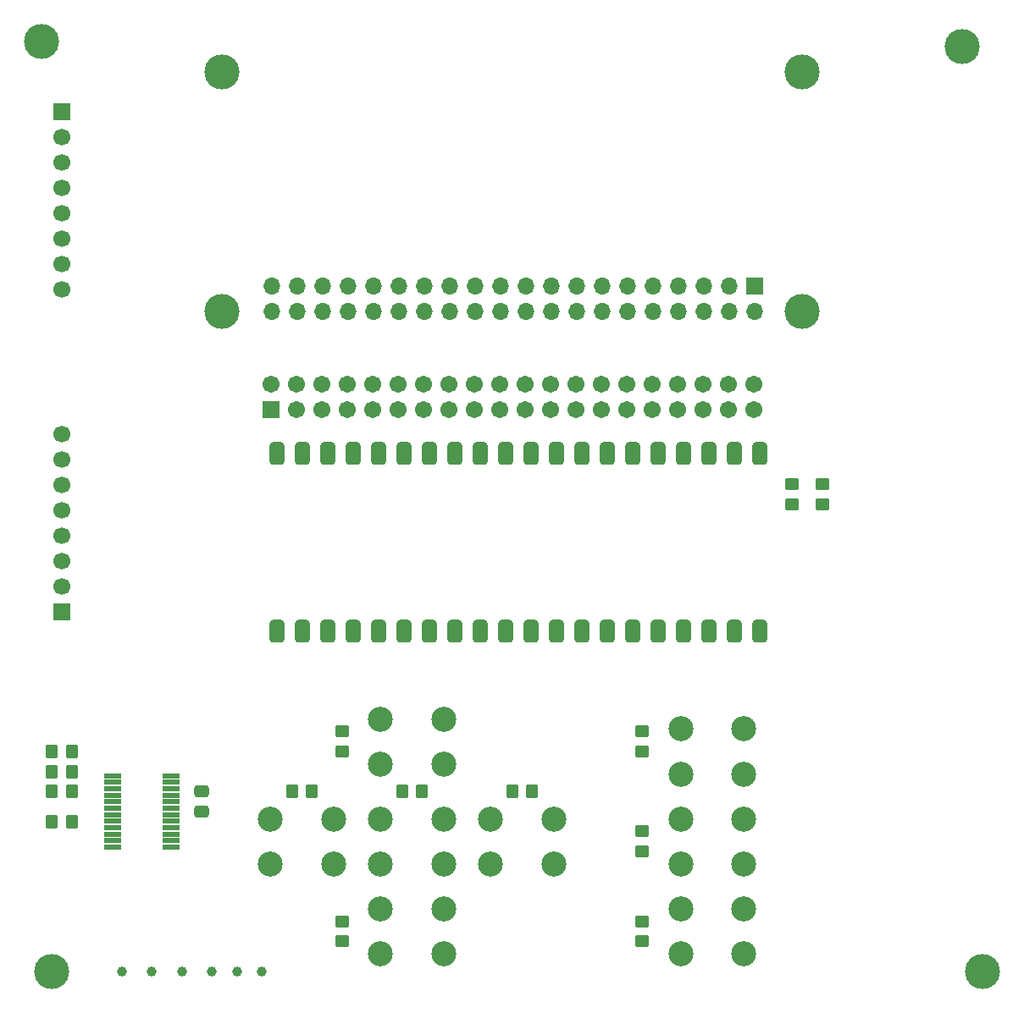
<source format=gbr>
%TF.GenerationSoftware,KiCad,Pcbnew,9.0.2*%
%TF.CreationDate,2025-07-08T15:45:21-06:00*%
%TF.ProjectId,seedsigner-hardware-dev-v1,73656564-7369-4676-9e65-722d68617264,rev?*%
%TF.SameCoordinates,Original*%
%TF.FileFunction,Soldermask,Top*%
%TF.FilePolarity,Negative*%
%FSLAX46Y46*%
G04 Gerber Fmt 4.6, Leading zero omitted, Abs format (unit mm)*
G04 Created by KiCad (PCBNEW 9.0.2) date 2025-07-08 15:45:21*
%MOMM*%
%LPD*%
G01*
G04 APERTURE LIST*
G04 Aperture macros list*
%AMRoundRect*
0 Rectangle with rounded corners*
0 $1 Rounding radius*
0 $2 $3 $4 $5 $6 $7 $8 $9 X,Y pos of 4 corners*
0 Add a 4 corners polygon primitive as box body*
4,1,4,$2,$3,$4,$5,$6,$7,$8,$9,$2,$3,0*
0 Add four circle primitives for the rounded corners*
1,1,$1+$1,$2,$3*
1,1,$1+$1,$4,$5*
1,1,$1+$1,$6,$7*
1,1,$1+$1,$8,$9*
0 Add four rect primitives between the rounded corners*
20,1,$1+$1,$2,$3,$4,$5,0*
20,1,$1+$1,$4,$5,$6,$7,0*
20,1,$1+$1,$6,$7,$8,$9,0*
20,1,$1+$1,$8,$9,$2,$3,0*%
G04 Aperture macros list end*
%ADD10C,2.500000*%
%ADD11C,1.000000*%
%ADD12RoundRect,0.250000X0.350000X0.450000X-0.350000X0.450000X-0.350000X-0.450000X0.350000X-0.450000X0*%
%ADD13RoundRect,0.250000X0.450000X-0.350000X0.450000X0.350000X-0.450000X0.350000X-0.450000X-0.350000X0*%
%ADD14RoundRect,0.250000X-0.350000X-0.450000X0.350000X-0.450000X0.350000X0.450000X-0.350000X0.450000X0*%
%ADD15C,3.500000*%
%ADD16RoundRect,0.250000X-0.450000X0.350000X-0.450000X-0.350000X0.450000X-0.350000X0.450000X0.350000X0*%
%ADD17RoundRect,0.250000X-0.475000X0.337500X-0.475000X-0.337500X0.475000X-0.337500X0.475000X0.337500X0*%
%ADD18RoundRect,0.102000X-0.736600X-0.177800X0.736600X-0.177800X0.736600X0.177800X-0.736600X0.177800X0*%
%ADD19R,1.700000X1.700000*%
%ADD20C,1.700000*%
%ADD21RoundRect,0.381000X0.381000X-0.762000X0.381000X0.762000X-0.381000X0.762000X-0.381000X-0.762000X0*%
%ADD22RoundRect,0.102000X-0.754000X-0.754000X0.754000X-0.754000X0.754000X0.754000X-0.754000X0.754000X0*%
%ADD23C,1.712000*%
%ADD24O,1.700000X1.700000*%
G04 APERTURE END LIST*
D10*
%TO.C,SW5*%
X43150000Y-85250000D03*
X36850000Y-85250000D03*
X43150000Y-80750000D03*
X36850000Y-80750000D03*
%TD*%
D11*
%TO.C,TP6*%
X25000000Y-96000000D03*
%TD*%
D10*
%TO.C,SW6*%
X36850000Y-89750000D03*
X43150000Y-89750000D03*
X36850000Y-94250000D03*
X43150000Y-94250000D03*
%TD*%
D12*
%TO.C,R6*%
X30000000Y-78000000D03*
X28000000Y-78000000D03*
%TD*%
D13*
%TO.C,R7*%
X33000000Y-93000000D03*
X33000000Y-91000000D03*
%TD*%
D14*
%TO.C,R12*%
X4000000Y-81000000D03*
X6000000Y-81000000D03*
%TD*%
D10*
%TO.C,SW2*%
X73150000Y-85250000D03*
X66850000Y-85250000D03*
X73150000Y-80750000D03*
X66850000Y-80750000D03*
%TD*%
D15*
%TO.C,H1*%
X3000000Y-3000000D03*
%TD*%
D16*
%TO.C,R9*%
X81000000Y-47250000D03*
X81000000Y-49250000D03*
%TD*%
D11*
%TO.C,TP4*%
X20000000Y-96000000D03*
%TD*%
D12*
%TO.C,R5*%
X52000000Y-78000000D03*
X50000000Y-78000000D03*
%TD*%
D14*
%TO.C,R14*%
X4000000Y-74000000D03*
X6000000Y-74000000D03*
%TD*%
D10*
%TO.C,SW3*%
X66850000Y-89750000D03*
X73150000Y-89750000D03*
X66850000Y-94250000D03*
X73150000Y-94250000D03*
%TD*%
D15*
%TO.C,H2*%
X95000000Y-3500000D03*
%TD*%
D17*
%TO.C,C1*%
X19000000Y-77962500D03*
X19000000Y-80037500D03*
%TD*%
D11*
%TO.C,TP2*%
X14000000Y-96000000D03*
%TD*%
D18*
%TO.C,U5*%
X10079000Y-76418600D03*
X10079000Y-77079000D03*
X10079000Y-77714000D03*
X10079000Y-78374400D03*
X10079000Y-79034800D03*
X10079000Y-79669800D03*
X10079000Y-80330200D03*
X10079000Y-80965200D03*
X10079000Y-81625600D03*
X10079000Y-82286000D03*
X10079000Y-82921000D03*
X10079000Y-83581400D03*
X15921000Y-83581400D03*
X15921000Y-82921000D03*
X15921000Y-82286000D03*
X15921000Y-81625600D03*
X15921000Y-80965200D03*
X15921000Y-80330200D03*
X15921000Y-79669800D03*
X15921000Y-79034800D03*
X15921000Y-78374400D03*
X15921000Y-77714000D03*
X15921000Y-77079000D03*
X15921000Y-76418600D03*
%TD*%
D13*
%TO.C,R3*%
X63000000Y-93000000D03*
X63000000Y-91000000D03*
%TD*%
D19*
%TO.C,LCD1*%
X5000000Y-60000000D03*
D20*
X5000000Y-57460000D03*
X5000000Y-54920000D03*
X5000000Y-52380000D03*
X5000000Y-49840000D03*
X5000000Y-47300000D03*
X5000000Y-44760000D03*
X5000000Y-42220000D03*
%TD*%
D16*
%TO.C,R10*%
X78000000Y-47250000D03*
X78000000Y-49250000D03*
%TD*%
D13*
%TO.C,R2*%
X63000000Y-84000000D03*
X63000000Y-82000000D03*
%TD*%
D12*
%TO.C,R4*%
X41000000Y-78000000D03*
X39000000Y-78000000D03*
%TD*%
D13*
%TO.C,R8*%
X33000000Y-74000000D03*
X33000000Y-72000000D03*
%TD*%
D15*
%TO.C,H4*%
X4000000Y-96000000D03*
%TD*%
D10*
%TO.C,SW7*%
X25850000Y-80750000D03*
X32150000Y-80750000D03*
X25850000Y-85250000D03*
X32150000Y-85250000D03*
%TD*%
D15*
%TO.C,H3*%
X97000000Y-96000000D03*
%TD*%
D10*
%TO.C,SW1*%
X66850000Y-71750000D03*
X73150000Y-71750000D03*
X66850000Y-76250000D03*
X73150000Y-76250000D03*
%TD*%
D21*
%TO.C,U4*%
X26500000Y-62000000D03*
X29040000Y-62000000D03*
X31580000Y-62000000D03*
X34120000Y-62000000D03*
X36660000Y-62000000D03*
X39200000Y-62000000D03*
X41740000Y-62000000D03*
X44280000Y-62000000D03*
X46820000Y-62000000D03*
X49360000Y-62000000D03*
X51900000Y-62000000D03*
X54440000Y-62000000D03*
X56980000Y-62000000D03*
X59520000Y-62000000D03*
X62060000Y-62000000D03*
X64600000Y-62000000D03*
X67140000Y-62000000D03*
X69680000Y-62000000D03*
X72220000Y-62000000D03*
X74760000Y-62000000D03*
X74760000Y-44220000D03*
X72220000Y-44220000D03*
X69680000Y-44220000D03*
X67140000Y-44220000D03*
X64600000Y-44220000D03*
X62060000Y-44220000D03*
X59520000Y-44220000D03*
X56980000Y-44220000D03*
X54440000Y-44220000D03*
X51900000Y-44220000D03*
X49360000Y-44220000D03*
X46820000Y-44220000D03*
X44280000Y-44220000D03*
X41740000Y-44220000D03*
X39200000Y-44220000D03*
X36660000Y-44220000D03*
X34120000Y-44220000D03*
X31580000Y-44220000D03*
X29040000Y-44220000D03*
X26500000Y-44220000D03*
%TD*%
D13*
%TO.C,R1*%
X63000000Y-74000000D03*
X63000000Y-72000000D03*
%TD*%
D11*
%TO.C,TP1*%
X11000000Y-96000000D03*
%TD*%
D19*
%TO.C,LCD2*%
X5000000Y-10000000D03*
D20*
X5000000Y-12540000D03*
X5000000Y-15080000D03*
X5000000Y-17620000D03*
X5000000Y-20160000D03*
X5000000Y-22700000D03*
X5000000Y-25240000D03*
X5000000Y-27780000D03*
%TD*%
D14*
%TO.C,R13*%
X4000000Y-76000000D03*
X6000000Y-76000000D03*
%TD*%
D22*
%TO.C,U3*%
X25870000Y-39770000D03*
D23*
X25870000Y-37230000D03*
X28410000Y-39770000D03*
X28410000Y-37230000D03*
X30950000Y-39770000D03*
X30950000Y-37230000D03*
X33490000Y-39770000D03*
X33490000Y-37230000D03*
X36030000Y-39770000D03*
X36030000Y-37230000D03*
X38570000Y-39770000D03*
X38570000Y-37230000D03*
X41110000Y-39770000D03*
X41110000Y-37230000D03*
X43650000Y-39770000D03*
X43650000Y-37230000D03*
X46190000Y-39770000D03*
X46190000Y-37230000D03*
X48730000Y-39770000D03*
X48730000Y-37230000D03*
X51270000Y-39770000D03*
X51270000Y-37230000D03*
X53810000Y-39770000D03*
X53810000Y-37230000D03*
X56350000Y-39770000D03*
X56350000Y-37230000D03*
X58890000Y-39770000D03*
X58890000Y-37230000D03*
X61430000Y-39770000D03*
X61430000Y-37230000D03*
X63970000Y-39770000D03*
X63970000Y-37230000D03*
X66510000Y-39770000D03*
X66510000Y-37230000D03*
X69050000Y-39770000D03*
X69050000Y-37230000D03*
X71590000Y-39770000D03*
X71590000Y-37230000D03*
X74130000Y-39770000D03*
X74130000Y-37230000D03*
%TD*%
D11*
%TO.C,TP3*%
X17000000Y-96000000D03*
%TD*%
D10*
%TO.C,SW8*%
X47850000Y-80750000D03*
X54150000Y-80750000D03*
X47850000Y-85250000D03*
X54150000Y-85250000D03*
%TD*%
D11*
%TO.C,TP5*%
X22500000Y-96000000D03*
%TD*%
D15*
%TO.C,U2*%
X79000000Y-30000000D03*
X79000000Y-6000000D03*
X21000000Y-30000000D03*
X21000000Y-6000000D03*
D19*
X74240000Y-27460000D03*
D24*
X74240000Y-30000000D03*
X71700000Y-27460000D03*
X71700000Y-30000000D03*
X69160000Y-27460000D03*
X69160000Y-30000000D03*
X66620000Y-27460000D03*
X66620000Y-30000000D03*
X64080000Y-27460000D03*
X64080000Y-30000000D03*
X61540000Y-27460000D03*
X61540000Y-30000000D03*
X59000000Y-27460000D03*
X59000000Y-30000000D03*
X56460000Y-27460000D03*
X56460000Y-30000000D03*
X53920000Y-27460000D03*
X53920000Y-30000000D03*
X51380000Y-27460000D03*
X51380000Y-30000000D03*
X48840000Y-27460000D03*
X48840000Y-30000000D03*
X46300000Y-27460000D03*
X46300000Y-30000000D03*
X43760000Y-27460000D03*
X43760000Y-30000000D03*
X41220000Y-27460000D03*
X41220000Y-30000000D03*
X38680000Y-27460000D03*
X38680000Y-30000000D03*
X36140000Y-27460000D03*
X36140000Y-30000000D03*
X33600000Y-27460000D03*
X33600000Y-30000000D03*
X31060000Y-27460000D03*
X31060000Y-30000000D03*
X28520000Y-27460000D03*
X28520000Y-30000000D03*
X25980000Y-27460000D03*
X25980000Y-30000000D03*
%TD*%
D14*
%TO.C,R11*%
X4000000Y-78000000D03*
X6000000Y-78000000D03*
%TD*%
D10*
%TO.C,SW4*%
X43150000Y-75250000D03*
X36850000Y-75250000D03*
X43150000Y-70750000D03*
X36850000Y-70750000D03*
%TD*%
M02*

</source>
